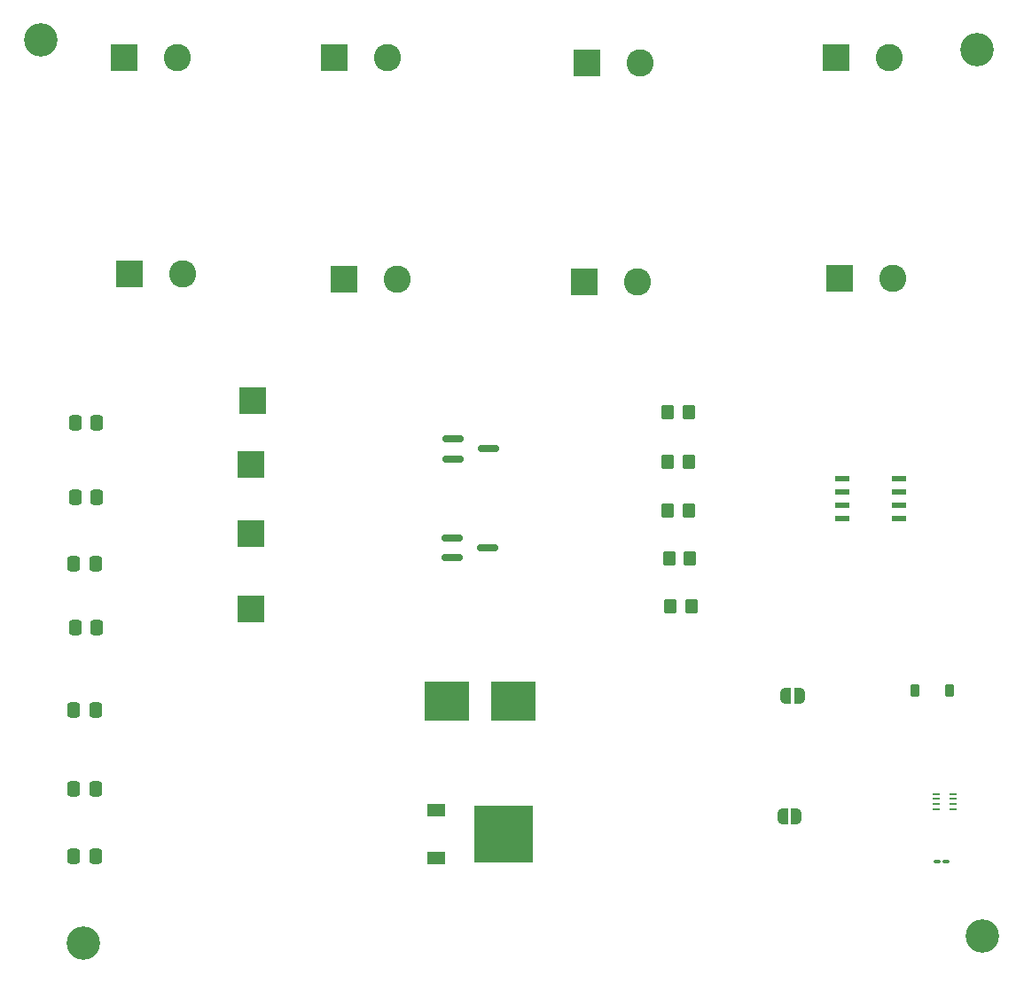
<source format=gbr>
G04 #@! TF.GenerationSoftware,KiCad,Pcbnew,8.0.4*
G04 #@! TF.CreationDate,2024-10-22T20:24:45-05:00*
G04 #@! TF.ProjectId,PCB_split,5043425f-7370-46c6-9974-2e6b69636164,rev?*
G04 #@! TF.SameCoordinates,Original*
G04 #@! TF.FileFunction,Soldermask,Top*
G04 #@! TF.FilePolarity,Negative*
%FSLAX46Y46*%
G04 Gerber Fmt 4.6, Leading zero omitted, Abs format (unit mm)*
G04 Created by KiCad (PCBNEW 8.0.4) date 2024-10-22 20:24:45*
%MOMM*%
%LPD*%
G01*
G04 APERTURE LIST*
G04 Aperture macros list*
%AMRoundRect*
0 Rectangle with rounded corners*
0 $1 Rounding radius*
0 $2 $3 $4 $5 $6 $7 $8 $9 X,Y pos of 4 corners*
0 Add a 4 corners polygon primitive as box body*
4,1,4,$2,$3,$4,$5,$6,$7,$8,$9,$2,$3,0*
0 Add four circle primitives for the rounded corners*
1,1,$1+$1,$2,$3*
1,1,$1+$1,$4,$5*
1,1,$1+$1,$6,$7*
1,1,$1+$1,$8,$9*
0 Add four rect primitives between the rounded corners*
20,1,$1+$1,$2,$3,$4,$5,0*
20,1,$1+$1,$4,$5,$6,$7,0*
20,1,$1+$1,$6,$7,$8,$9,0*
20,1,$1+$1,$8,$9,$2,$3,0*%
%AMFreePoly0*
4,1,19,0.500000,-0.750000,0.000000,-0.750000,0.000000,-0.744911,-0.071157,-0.744911,-0.207708,-0.704816,-0.327430,-0.627875,-0.420627,-0.520320,-0.479746,-0.390866,-0.500000,-0.250000,-0.500000,0.250000,-0.479746,0.390866,-0.420627,0.520320,-0.327430,0.627875,-0.207708,0.704816,-0.071157,0.744911,0.000000,0.744911,0.000000,0.750000,0.500000,0.750000,0.500000,-0.750000,0.500000,-0.750000,
$1*%
%AMFreePoly1*
4,1,19,0.000000,0.744911,0.071157,0.744911,0.207708,0.704816,0.327430,0.627875,0.420627,0.520320,0.479746,0.390866,0.500000,0.250000,0.500000,-0.250000,0.479746,-0.390866,0.420627,-0.520320,0.327430,-0.627875,0.207708,-0.704816,0.071157,-0.744911,0.000000,-0.744911,0.000000,-0.750000,-0.500000,-0.750000,-0.500000,0.750000,0.000000,0.750000,0.000000,0.744911,0.000000,0.744911,
$1*%
G04 Aperture macros list end*
%ADD10RoundRect,0.250000X-0.337500X-0.475000X0.337500X-0.475000X0.337500X0.475000X-0.337500X0.475000X0*%
%ADD11FreePoly0,0.000000*%
%ADD12FreePoly1,0.000000*%
%ADD13RoundRect,0.250000X-0.350000X-0.450000X0.350000X-0.450000X0.350000X0.450000X-0.350000X0.450000X0*%
%ADD14C,3.200000*%
%ADD15R,2.600000X2.600000*%
%ADD16C,2.600000*%
%ADD17R,2.500000X2.500000*%
%ADD18R,0.711200X0.228600*%
%ADD19R,1.699999X1.300000*%
%ADD20R,5.699998X5.499999*%
%ADD21R,4.240000X3.810000*%
%ADD22RoundRect,0.162500X-0.837500X-0.162500X0.837500X-0.162500X0.837500X0.162500X-0.837500X0.162500X0*%
%ADD23R,1.460500X0.558800*%
%ADD24RoundRect,0.225000X-0.225000X-0.375000X0.225000X-0.375000X0.225000X0.375000X-0.225000X0.375000X0*%
%ADD25RoundRect,0.100000X-0.217500X-0.100000X0.217500X-0.100000X0.217500X0.100000X-0.217500X0.100000X0*%
G04 APERTURE END LIST*
D10*
G04 #@! TO.C,C5*
X95439500Y-104267000D03*
X97514500Y-104267000D03*
G04 #@! TD*
D11*
G04 #@! TO.C,JP2*
X163165000Y-114427000D03*
D12*
X164465000Y-114427000D03*
G04 #@! TD*
D10*
G04 #@! TO.C,C6*
X95439500Y-111760000D03*
X97514500Y-111760000D03*
G04 #@! TD*
G04 #@! TO.C,C7*
X95461000Y-118237000D03*
X97536000Y-118237000D03*
G04 #@! TD*
G04 #@! TO.C,C4*
X95566500Y-96393000D03*
X97641500Y-96393000D03*
G04 #@! TD*
D13*
G04 #@! TO.C,R2*
X152178000Y-80518000D03*
X154178000Y-80518000D03*
G04 #@! TD*
D14*
G04 #@! TO.C,H4*
X182245000Y-125857000D03*
G04 #@! TD*
D15*
G04 #@! TO.C,J6*
X144202150Y-63373000D03*
D16*
X149282150Y-63373000D03*
G04 #@! TD*
D17*
G04 #@! TO.C,TP4*
X112395000Y-94615000D03*
G04 #@! TD*
D10*
G04 #@! TO.C,C1*
X95566500Y-76835000D03*
X97641500Y-76835000D03*
G04 #@! TD*
D18*
G04 #@! TO.C,U2*
X177804376Y-112256811D03*
X177804376Y-112756937D03*
X177804376Y-113257063D03*
X177804376Y-113757189D03*
X179404576Y-113757189D03*
X179404576Y-113257063D03*
X179404576Y-112756937D03*
X179404576Y-112256811D03*
G04 #@! TD*
D19*
G04 #@! TO.C,U1*
X130066001Y-113793001D03*
X130066001Y-118362999D03*
D20*
X136506001Y-116078000D03*
G04 #@! TD*
D14*
G04 #@! TO.C,H2*
X181737000Y-41148000D03*
G04 #@! TD*
D16*
G04 #@! TO.C,J7*
X173285150Y-41910000D03*
D15*
X168205150Y-41910000D03*
G04 #@! TD*
D11*
G04 #@! TO.C,JP1*
X163449000Y-102870000D03*
D12*
X164749000Y-102870000D03*
G04 #@! TD*
D15*
G04 #@! TO.C,J4*
X121215150Y-63119000D03*
D16*
X126295150Y-63119000D03*
G04 #@! TD*
D21*
G04 #@! TO.C,F1*
X131044000Y-103378000D03*
X137414000Y-103378000D03*
G04 #@! TD*
D15*
G04 #@! TO.C,J2*
X100768150Y-62611000D03*
D16*
X105848150Y-62611000D03*
G04 #@! TD*
D13*
G04 #@! TO.C,R5*
X152432000Y-94361000D03*
X154432000Y-94361000D03*
G04 #@! TD*
D22*
G04 #@! TO.C,D2*
X131629150Y-78359000D03*
X131629150Y-80259000D03*
X135049150Y-79309000D03*
G04 #@! TD*
D16*
G04 #@! TO.C,J5*
X149531150Y-42469000D03*
D15*
X144451150Y-42469000D03*
G04 #@! TD*
D13*
G04 #@! TO.C,R1*
X152178000Y-75819000D03*
X154178000Y-75819000D03*
G04 #@! TD*
D23*
G04 #@! TO.C,Q1*
X168795700Y-82169000D03*
X168795700Y-83439000D03*
X168795700Y-84709000D03*
X168795700Y-85979000D03*
X174244000Y-85979000D03*
X174244000Y-84709000D03*
X174244000Y-83439000D03*
X174244000Y-82169000D03*
G04 #@! TD*
D17*
G04 #@! TO.C,TP2*
X112395000Y-80772000D03*
G04 #@! TD*
D24*
G04 #@! TO.C,D1*
X175770000Y-102362000D03*
X179070000Y-102362000D03*
G04 #@! TD*
D10*
G04 #@! TO.C,C3*
X95439500Y-90297000D03*
X97514500Y-90297000D03*
G04 #@! TD*
D17*
G04 #@! TO.C,TP1*
X112522000Y-74676000D03*
G04 #@! TD*
D22*
G04 #@! TO.C,D3*
X131581000Y-87823000D03*
X131581000Y-89723000D03*
X135001000Y-88773000D03*
G04 #@! TD*
D13*
G04 #@! TO.C,R4*
X152305000Y-89789000D03*
X154305000Y-89789000D03*
G04 #@! TD*
D16*
G04 #@! TO.C,J1*
X105335150Y-41961000D03*
D15*
X100255150Y-41961000D03*
G04 #@! TD*
D17*
G04 #@! TO.C,TP3*
X112325150Y-87398000D03*
G04 #@! TD*
D15*
G04 #@! TO.C,J8*
X168586150Y-62992000D03*
D16*
X173666150Y-62992000D03*
G04 #@! TD*
G04 #@! TO.C,J3*
X125406150Y-41910000D03*
D15*
X120326150Y-41910000D03*
G04 #@! TD*
D13*
G04 #@! TO.C,R3*
X152178000Y-85217000D03*
X154178000Y-85217000D03*
G04 #@! TD*
D25*
G04 #@! TO.C,L1*
X177900500Y-118745000D03*
X178715500Y-118745000D03*
G04 #@! TD*
D10*
G04 #@! TO.C,C2*
X95566500Y-83947000D03*
X97641500Y-83947000D03*
G04 #@! TD*
D14*
G04 #@! TO.C,H1*
X92329000Y-40259000D03*
G04 #@! TD*
G04 #@! TO.C,H3*
X96393000Y-126492000D03*
G04 #@! TD*
M02*

</source>
